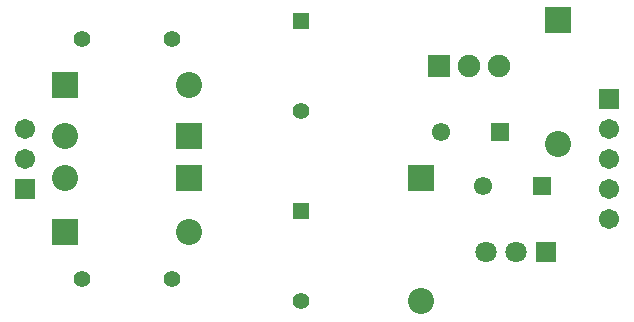
<source format=gbs>
%TF.GenerationSoftware,Altium Limited,Altium Designer,23.11.1 (41)*%
G04 Layer_Color=16711935*
%FSLAX45Y45*%
%MOMM*%
%TF.SameCoordinates,91611F1A-C2A4-47E0-AE94-993C827FD4CF*%
%TF.FilePolarity,Negative*%
%TF.FileFunction,Soldermask,Bot*%
%TF.Part,Single*%
G01*
G75*
%TA.AperFunction,ComponentPad*%
%ADD18C,1.90000*%
%ADD19R,1.90000X1.90000*%
%ADD30C,2.20320*%
%ADD31R,2.20320X2.20320*%
%ADD32R,1.55320X1.55320*%
%ADD33C,1.55320*%
%ADD34C,1.70320*%
%ADD35R,1.70320X1.70320*%
%ADD36R,1.80320X1.80320*%
%ADD37C,1.80320*%
%ADD38R,2.20320X2.20320*%
%ADD39C,1.40320*%
%ADD40R,1.40320X1.40320*%
D18*
X4343400Y-825500D02*
D03*
X4089400D02*
D03*
D19*
X3835400D02*
D03*
D30*
X3683000Y-2821701D02*
D03*
X4838700Y-1488201D02*
D03*
X670804Y-1778000D02*
D03*
X1716801Y-2235200D02*
D03*
X670799Y-1422400D02*
D03*
X1716801Y-990600D02*
D03*
D31*
X3683000Y-1775699D02*
D03*
X4838700Y-442199D02*
D03*
D32*
X4707702Y-1841500D02*
D03*
X4352102Y-1384300D02*
D03*
D33*
X4207698Y-1841500D02*
D03*
X3852098Y-1384300D02*
D03*
D34*
X5270500Y-2120900D02*
D03*
Y-1866900D02*
D03*
Y-1612900D02*
D03*
Y-1358900D02*
D03*
X330200D02*
D03*
Y-1612900D02*
D03*
D35*
X5270500Y-1104900D02*
D03*
X330200Y-1866900D02*
D03*
D36*
X4737100Y-2400300D02*
D03*
D37*
X4483100D02*
D03*
X4229100D02*
D03*
D38*
X1716801Y-1778000D02*
D03*
X670799Y-2235200D02*
D03*
X1716801Y-1422400D02*
D03*
X670799Y-990600D02*
D03*
D39*
X812800Y-2628900D02*
D03*
X1574800D02*
D03*
Y-596900D02*
D03*
X812800D02*
D03*
X2667000Y-2819400D02*
D03*
Y-1206500D02*
D03*
D40*
Y-2057400D02*
D03*
Y-444500D02*
D03*
%TF.MD5,0a3fc0873d090620796c7b257f7b7e1d*%
M02*

</source>
